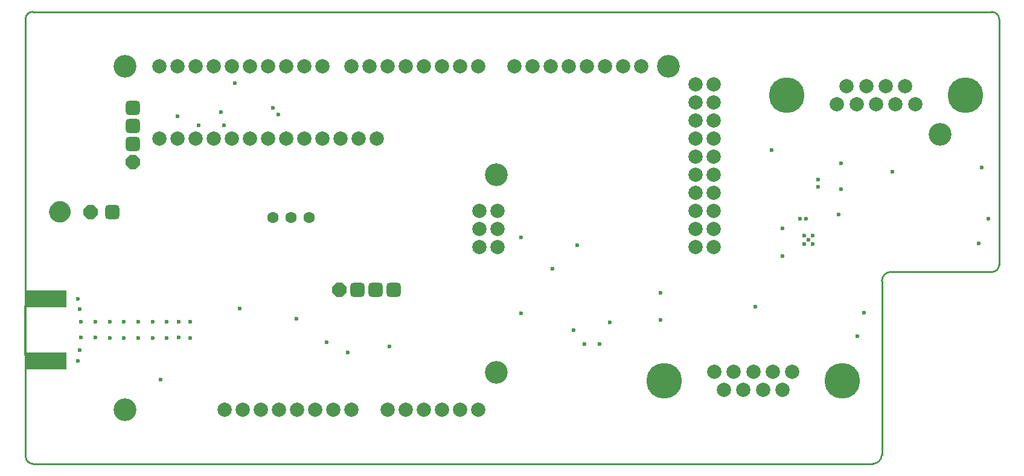
<source format=gbs>
G04*
G04 #@! TF.GenerationSoftware,Altium Limited,Altium Designer,22.0.2 (36)*
G04*
G04 Layer_Color=16711935*
%FSLAX44Y44*%
%MOMM*%
G71*
G04*
G04 #@! TF.SameCoordinates,2F7B36FA-1CAB-4409-8D5E-7B144DD93BD5*
G04*
G04*
G04 #@! TF.FilePolarity,Negative*
G04*
G01*
G75*
%ADD10C,0.1500*%
%ADD12C,0.2540*%
%ADD24R,5.8000X2.4000*%
%ADD42C,0.6000*%
%ADD43C,2.0000*%
%ADD44C,5.0000*%
%ADD45C,3.2000*%
G04:AMPARAMS|DCode=46|XSize=2.032mm|YSize=2.032mm|CornerRadius=0.508mm|HoleSize=0mm|Usage=FLASHONLY|Rotation=270.000|XOffset=0mm|YOffset=0mm|HoleType=Round|Shape=RoundedRectangle|*
%AMROUNDEDRECTD46*
21,1,2.0320,1.0160,0,0,270.0*
21,1,1.0160,2.0320,0,0,270.0*
1,1,1.0160,-0.5080,-0.5080*
1,1,1.0160,-0.5080,0.5080*
1,1,1.0160,0.5080,0.5080*
1,1,1.0160,0.5080,-0.5080*
%
%ADD46ROUNDEDRECTD46*%
%ADD47P,2.1994X8X292.5*%
%ADD48P,2.1994X8X202.5*%
G04:AMPARAMS|DCode=49|XSize=2.032mm|YSize=2.032mm|CornerRadius=0.508mm|HoleSize=0mm|Usage=FLASHONLY|Rotation=180.000|XOffset=0mm|YOffset=0mm|HoleType=Round|Shape=RoundedRectangle|*
%AMROUNDEDRECTD49*
21,1,2.0320,1.0160,0,0,180.0*
21,1,1.0160,2.0320,0,0,180.0*
1,1,1.0160,-0.5080,0.5080*
1,1,1.0160,0.5080,0.5080*
1,1,1.0160,0.5080,-0.5080*
1,1,1.0160,-0.5080,-0.5080*
%
%ADD49ROUNDEDRECTD49*%
%ADD50C,1.6000*%
G36*
X63025Y354000D02*
X62735Y356940D01*
X61878Y359768D01*
X60485Y362374D01*
X58610Y364658D01*
X56326Y366532D01*
X53720Y367925D01*
X50893Y368783D01*
X47952Y369073D01*
X45012Y368783D01*
X42184Y367925D01*
X39578Y366532D01*
X37294Y364658D01*
X35420Y362374D01*
X34027Y359768D01*
X33169Y356940D01*
X32880Y354000D01*
D01*
X33169Y351059D01*
X34027Y348232D01*
X35420Y345626D01*
X37294Y343342D01*
X39578Y341468D01*
X42184Y340075D01*
X45012Y339217D01*
X47952Y338927D01*
X50893Y339217D01*
X53720Y340075D01*
X56326Y341468D01*
X58610Y343342D01*
X60485Y345626D01*
X61878Y348232D01*
X62735Y351059D01*
X63025Y354000D01*
D01*
D02*
G37*
D10*
X-1000Y153000D02*
Y222000D01*
D12*
X0Y10165D02*
G03*
X10165Y0I10165J0D01*
G01*
X1365000Y625000D02*
G03*
X1355000Y635000I-10000J0D01*
G01*
X9726Y635000D02*
G03*
X0Y625274I0J-9726D01*
G01*
X1355314Y269564D02*
G03*
X1365000Y279250I0J9686D01*
G01*
X1213316Y269564D02*
G03*
X1200616Y256864I0J-12700D01*
G01*
X1187916Y0D02*
G03*
X1200616Y12700I0J12700D01*
G01*
X0Y10165D02*
Y625274D01*
X10165Y0D02*
X907093D01*
X9726Y635000D02*
X1355000Y635000D01*
X1365000Y624840D02*
X1365000Y279250D01*
X1200616Y12700D02*
Y256864D01*
X1365000Y279250D02*
Y281877D01*
X1213316Y269564D02*
X1355314D01*
X1180429Y0D02*
X1187916D01*
X907093D02*
X1180429D01*
D24*
X28000Y144500D02*
D03*
Y231800D02*
D03*
D42*
X215016Y199500D02*
D03*
Y177320D02*
D03*
X197591Y199500D02*
D03*
X198000Y177000D02*
D03*
X178000Y199500D02*
D03*
Y177000D02*
D03*
X158000Y199500D02*
D03*
Y177000D02*
D03*
X137699Y199500D02*
D03*
X1175250Y212485D02*
D03*
X1166429Y179293D02*
D03*
X1336068Y310000D02*
D03*
X694537Y317999D02*
D03*
Y211000D02*
D03*
X75735Y216890D02*
D03*
X1340500Y416000D02*
D03*
X1046184Y440544D02*
D03*
X1140108Y350001D02*
D03*
X98000Y177096D02*
D03*
X77904D02*
D03*
X293655Y534634D02*
D03*
X773688Y307275D02*
D03*
X300000Y218000D02*
D03*
X422000Y171000D02*
D03*
X452000Y156000D02*
D03*
X510000Y165000D02*
D03*
X380000Y204000D02*
D03*
X231000Y177000D02*
D03*
Y199500D02*
D03*
X189536Y118000D02*
D03*
X75735Y159367D02*
D03*
X72869Y144500D02*
D03*
Y231800D02*
D03*
X77904Y199500D02*
D03*
X98000D02*
D03*
X118000D02*
D03*
X137699Y177000D02*
D03*
X118000D02*
D03*
X242500Y475500D02*
D03*
X346600Y500100D02*
D03*
X278000Y475500D02*
D03*
X213365Y488000D02*
D03*
X274000Y494500D02*
D03*
X1350000Y344150D02*
D03*
X738883Y274121D02*
D03*
X819494Y198275D02*
D03*
X1111184Y389233D02*
D03*
X1111184Y399233D02*
D03*
X1085684Y344133D02*
D03*
X1094434D02*
D03*
X1061184Y330433D02*
D03*
Y291483D02*
D03*
X1143670Y385472D02*
D03*
Y422370D02*
D03*
X1215700Y410569D02*
D03*
X1023487Y220485D02*
D03*
X890000Y202485D02*
D03*
Y240085D02*
D03*
X783633Y168275D02*
D03*
X768453Y187745D02*
D03*
X804483Y168275D02*
D03*
X354600Y491000D02*
D03*
X1091917Y320597D02*
D03*
Y308597D02*
D03*
X1103917Y320597D02*
D03*
Y308597D02*
D03*
X1097917Y314597D02*
D03*
D43*
X1151394Y530873D02*
D03*
X1178794D02*
D03*
X1206194D02*
D03*
X1233594D02*
D03*
X1247294Y505473D02*
D03*
X1165094D02*
D03*
X1192494D02*
D03*
X1219894D02*
D03*
X1137694D02*
D03*
X1061390Y103739D02*
D03*
X1033990D02*
D03*
X1006590D02*
D03*
X979190D02*
D03*
X965490Y129139D02*
D03*
X1047690D02*
D03*
X1020290D02*
D03*
X992890D02*
D03*
X1075090D02*
D03*
X187965Y558800D02*
D03*
X213365D02*
D03*
X238765D02*
D03*
X264165D02*
D03*
X289565D02*
D03*
X314965D02*
D03*
X340365D02*
D03*
X365765D02*
D03*
X391165D02*
D03*
X416565D02*
D03*
X457205Y558800D02*
D03*
X482605D02*
D03*
X508005D02*
D03*
X533405D02*
D03*
X558805D02*
D03*
X584205D02*
D03*
X609605D02*
D03*
X635005D02*
D03*
X279405Y76200D02*
D03*
X304805D02*
D03*
X330205D02*
D03*
X355605D02*
D03*
X381005D02*
D03*
X406405Y76200D02*
D03*
X431805Y76200D02*
D03*
X457205D02*
D03*
X508005Y76200D02*
D03*
X533405D02*
D03*
X558805D02*
D03*
X584205D02*
D03*
X609605D02*
D03*
X635005D02*
D03*
X685805Y558800D02*
D03*
X711205D02*
D03*
X736605D02*
D03*
X762005D02*
D03*
X787405D02*
D03*
X812805D02*
D03*
X838205D02*
D03*
X863605D02*
D03*
X187965Y457200D02*
D03*
X213365D02*
D03*
X238765D02*
D03*
X264165D02*
D03*
X289565D02*
D03*
X314965D02*
D03*
X340365D02*
D03*
X365765D02*
D03*
X391165D02*
D03*
X416565D02*
D03*
X441965D02*
D03*
X467365D02*
D03*
X492765Y457316D02*
D03*
X661670Y304800D02*
D03*
Y330200D02*
D03*
Y355600D02*
D03*
X965200Y533400D02*
D03*
Y508000D02*
D03*
Y482600D02*
D03*
Y457200D02*
D03*
Y431800D02*
D03*
Y406400D02*
D03*
Y381000D02*
D03*
Y355600D02*
D03*
Y330200D02*
D03*
Y304800D02*
D03*
X939800Y533400D02*
D03*
Y508000D02*
D03*
Y482600D02*
D03*
Y457200D02*
D03*
Y431800D02*
D03*
Y406400D02*
D03*
Y381000D02*
D03*
Y355600D02*
D03*
Y330200D02*
D03*
Y304800D02*
D03*
X636270Y304800D02*
D03*
Y330200D02*
D03*
Y355600D02*
D03*
D44*
X1067494Y517873D02*
D03*
X1317494D02*
D03*
X1145290Y116739D02*
D03*
X895290D02*
D03*
D45*
X901699Y558800D02*
D03*
X139699Y76199D02*
D03*
X1282699Y462999D02*
D03*
X660399Y406399D02*
D03*
X139699Y558799D02*
D03*
X660399Y127999D02*
D03*
D46*
X121152Y354000D02*
D03*
X465300Y244000D02*
D03*
X516100D02*
D03*
X490700D02*
D03*
D47*
X91152Y354000D02*
D03*
X439900Y244000D02*
D03*
D48*
X150000Y423900D02*
D03*
D49*
Y449300D02*
D03*
Y500100D02*
D03*
Y474700D02*
D03*
D50*
X397400Y346000D02*
D03*
X372000D02*
D03*
X346600D02*
D03*
M02*

</source>
